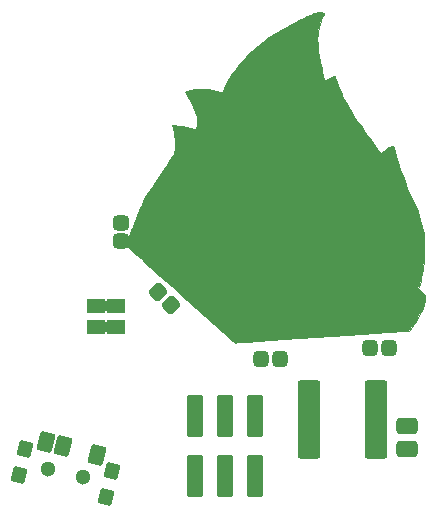
<source format=gbr>
G04 #@! TF.GenerationSoftware,KiCad,Pcbnew,8.0.3*
G04 #@! TF.CreationDate,2024-07-15T14:19:08-05:00*
G04 #@! TF.ProjectId,DumpsterElectroFire,44756d70-7374-4657-9245-6c656374726f,rev?*
G04 #@! TF.SameCoordinates,Original*
G04 #@! TF.FileFunction,Soldermask,Bot*
G04 #@! TF.FilePolarity,Negative*
%FSLAX46Y46*%
G04 Gerber Fmt 4.6, Leading zero omitted, Abs format (unit mm)*
G04 Created by KiCad (PCBNEW 8.0.3) date 2024-07-15 14:19:08*
%MOMM*%
%LPD*%
G01*
G04 APERTURE LIST*
G04 Aperture macros list*
%AMRoundRect*
0 Rectangle with rounded corners*
0 $1 Rounding radius*
0 $2 $3 $4 $5 $6 $7 $8 $9 X,Y pos of 4 corners*
0 Add a 4 corners polygon primitive as box body*
4,1,4,$2,$3,$4,$5,$6,$7,$8,$9,$2,$3,0*
0 Add four circle primitives for the rounded corners*
1,1,$1+$1,$2,$3*
1,1,$1+$1,$4,$5*
1,1,$1+$1,$6,$7*
1,1,$1+$1,$8,$9*
0 Add four rect primitives between the rounded corners*
20,1,$1+$1,$2,$3,$4,$5,0*
20,1,$1+$1,$4,$5,$6,$7,0*
20,1,$1+$1,$6,$7,$8,$9,0*
20,1,$1+$1,$8,$9,$2,$3,0*%
G04 Aperture macros list end*
%ADD10C,0.010000*%
%ADD11RoundRect,0.200000X0.737500X0.200000X-0.737500X0.200000X-0.737500X-0.200000X0.737500X-0.200000X0*%
%ADD12RoundRect,0.350000X-0.575000X0.350000X-0.575000X-0.350000X0.575000X-0.350000X0.575000X0.350000X0*%
%ADD13RoundRect,0.200000X-0.500000X1.575000X-0.500000X-1.575000X0.500000X-1.575000X0.500000X1.575000X0*%
%ADD14RoundRect,0.200000X-0.250000X0.400000X-0.250000X-0.400000X0.250000X-0.400000X0.250000X0.400000X0*%
%ADD15RoundRect,0.200000X-0.200000X0.400000X-0.200000X-0.400000X0.200000X-0.400000X0.200000X0.400000X0*%
%ADD16RoundRect,0.200000X-0.496983X-0.339864X0.279253X-0.533402X0.496983X0.339864X-0.279253X0.533402X0*%
%ADD17RoundRect,0.200000X-0.587834X-0.497570X0.285432X-0.715300X0.587834X0.497570X-0.285432X0.715300X0*%
%ADD18C,1.300000*%
%ADD19RoundRect,0.318750X-0.356250X0.318750X-0.356250X-0.318750X0.356250X-0.318750X0.356250X0.318750X0*%
%ADD20RoundRect,0.318750X-0.318750X-0.356250X0.318750X-0.356250X0.318750X0.356250X-0.318750X0.356250X0*%
%ADD21RoundRect,0.318750X-0.477297X-0.026517X-0.026517X-0.477297X0.477297X0.026517X0.026517X0.477297X0*%
G04 APERTURE END LIST*
D10*
X153276301Y-80519626D02*
X153376061Y-80537141D01*
X153415151Y-80584003D01*
X153401611Y-80674670D01*
X153343479Y-80823600D01*
X153315119Y-80889767D01*
X153098004Y-81491483D01*
X152953116Y-82113142D01*
X152912883Y-82396616D01*
X152892696Y-82640095D01*
X152887359Y-82893729D01*
X152897989Y-83168532D01*
X152925705Y-83475514D01*
X152971624Y-83825688D01*
X153036865Y-84230067D01*
X153122546Y-84699661D01*
X153173330Y-84962000D01*
X153232324Y-85262477D01*
X153287380Y-85543489D01*
X153335923Y-85791852D01*
X153375379Y-85994380D01*
X153403175Y-86137890D01*
X153415499Y-86202481D01*
X153445500Y-86363462D01*
X153593667Y-86250797D01*
X153762577Y-86137275D01*
X153936837Y-86045160D01*
X154101854Y-85979013D01*
X154243040Y-85943391D01*
X154345801Y-85942853D01*
X154395549Y-85981957D01*
X154398000Y-85999491D01*
X154415263Y-86090263D01*
X154463404Y-86244028D01*
X154536956Y-86447310D01*
X154630450Y-86686634D01*
X154738416Y-86948526D01*
X154855385Y-87219511D01*
X154975889Y-87486113D01*
X155094459Y-87734857D01*
X155136660Y-87819500D01*
X155294563Y-88124224D01*
X155455392Y-88417733D01*
X155626089Y-88710949D01*
X155813596Y-89014795D01*
X156024855Y-89340191D01*
X156266808Y-89698060D01*
X156546397Y-90099322D01*
X156870566Y-90554900D01*
X156912620Y-90613500D01*
X157117902Y-90899572D01*
X157321525Y-91183793D01*
X157514259Y-91453245D01*
X157686876Y-91695010D01*
X157830143Y-91896172D01*
X157934831Y-92043812D01*
X157948661Y-92063417D01*
X158060403Y-92219195D01*
X158154824Y-92345591D01*
X158221284Y-92428701D01*
X158248357Y-92455000D01*
X158288978Y-92429041D01*
X158376534Y-92359879D01*
X158494700Y-92260591D01*
X158539963Y-92221409D01*
X158735973Y-92058702D01*
X158893454Y-91949792D01*
X159029898Y-91884994D01*
X159162801Y-91854626D01*
X159210117Y-91850433D01*
X159314664Y-91851617D01*
X159367257Y-91887509D01*
X159399813Y-91981229D01*
X159401861Y-91989334D01*
X159645242Y-92902466D01*
X159902907Y-93753103D01*
X160182625Y-94563168D01*
X160492169Y-95354580D01*
X160839310Y-96149262D01*
X160994110Y-96480697D01*
X161280511Y-97125523D01*
X161508767Y-97737530D01*
X161685612Y-98338295D01*
X161817783Y-98949394D01*
X161874140Y-99299569D01*
X161907302Y-99604666D01*
X161930255Y-99969270D01*
X161942792Y-100368818D01*
X161944703Y-100778742D01*
X161935780Y-101174477D01*
X161915814Y-101531457D01*
X161894911Y-101747167D01*
X161860218Y-101995070D01*
X161811563Y-102288402D01*
X161753282Y-102605354D01*
X161689712Y-102924119D01*
X161625191Y-103222887D01*
X161564055Y-103479853D01*
X161514141Y-103661862D01*
X161433633Y-103925557D01*
X161576038Y-104013569D01*
X161767991Y-104169799D01*
X161913434Y-104363715D01*
X161996680Y-104572478D01*
X162007999Y-104642477D01*
X161998725Y-104889028D01*
X161930590Y-105188151D01*
X161806065Y-105534044D01*
X161627617Y-105920909D01*
X161397715Y-106342945D01*
X161118830Y-106794352D01*
X161043085Y-106909107D01*
X160659380Y-107483334D01*
X160433523Y-107483334D01*
X160374747Y-107486217D01*
X160236898Y-107494620D01*
X160025361Y-107508171D01*
X159745526Y-107526501D01*
X159402778Y-107549238D01*
X159002505Y-107576012D01*
X158550096Y-107606452D01*
X158050936Y-107640188D01*
X157510414Y-107676847D01*
X156933916Y-107716061D01*
X156326831Y-107757458D01*
X155694545Y-107800668D01*
X155042446Y-107845319D01*
X154375921Y-107891042D01*
X153700359Y-107937465D01*
X153021145Y-107984217D01*
X152343667Y-108030929D01*
X151673313Y-108077229D01*
X151015471Y-108122747D01*
X150375527Y-108167111D01*
X149758869Y-108209952D01*
X149170884Y-108250898D01*
X148616959Y-108289579D01*
X148102483Y-108325624D01*
X147632842Y-108358663D01*
X147213424Y-108388324D01*
X146849616Y-108414237D01*
X146546805Y-108436032D01*
X146310379Y-108453337D01*
X146145726Y-108465782D01*
X146085275Y-108470624D01*
X145879382Y-108487829D01*
X141269858Y-104364626D01*
X140735544Y-103886332D01*
X140218773Y-103423052D01*
X139723046Y-102977957D01*
X139251864Y-102554219D01*
X138808729Y-102155011D01*
X138397143Y-101783503D01*
X138020606Y-101442868D01*
X137682621Y-101136278D01*
X137386688Y-100866904D01*
X137136310Y-100637919D01*
X136934988Y-100452494D01*
X136786223Y-100313801D01*
X136693517Y-100225012D01*
X136660372Y-100189299D01*
X136660334Y-100189051D01*
X136675974Y-100128131D01*
X136720326Y-99998662D01*
X136789532Y-99810250D01*
X136879734Y-99572499D01*
X136987076Y-99295013D01*
X137107700Y-98987396D01*
X137237751Y-98659252D01*
X137373371Y-98320187D01*
X137510703Y-97979804D01*
X137645889Y-97647707D01*
X137775074Y-97333502D01*
X137894400Y-97046792D01*
X138000010Y-96797182D01*
X138088048Y-96594275D01*
X138154655Y-96447678D01*
X138193670Y-96370834D01*
X138325775Y-96151579D01*
X138490447Y-95888297D01*
X138690429Y-95576795D01*
X138928463Y-95212880D01*
X139207292Y-94792357D01*
X139529658Y-94311035D01*
X139888374Y-93779389D01*
X140131027Y-93420041D01*
X140330161Y-93120996D01*
X140489865Y-92872541D01*
X140614224Y-92664964D01*
X140707325Y-92488551D01*
X140773256Y-92333589D01*
X140816103Y-92190367D01*
X140839953Y-92049171D01*
X140848894Y-91900288D01*
X140847011Y-91734006D01*
X140838393Y-91540612D01*
X140837534Y-91523667D01*
X140809924Y-91203061D01*
X140761798Y-90861494D01*
X140705075Y-90571939D01*
X140662162Y-90385827D01*
X140627359Y-90233092D01*
X140604508Y-90130709D01*
X140597334Y-90095689D01*
X140635766Y-90089641D01*
X140735467Y-90085522D01*
X140845788Y-90084334D01*
X141123594Y-90101208D01*
X141449196Y-90148220D01*
X141793553Y-90219955D01*
X142127620Y-90310997D01*
X142218807Y-90340363D01*
X142382808Y-90394806D01*
X142513509Y-90437246D01*
X142592351Y-90461705D01*
X142606751Y-90465334D01*
X142620461Y-90426979D01*
X142642839Y-90325763D01*
X142669362Y-90182455D01*
X142672924Y-90161546D01*
X142704059Y-89763291D01*
X142661630Y-89361235D01*
X142543881Y-88946905D01*
X142349052Y-88511832D01*
X142318616Y-88454500D01*
X142149174Y-88140232D01*
X142015720Y-87891702D01*
X141913774Y-87700277D01*
X141838855Y-87557327D01*
X141786482Y-87454218D01*
X141752177Y-87382320D01*
X141731458Y-87333001D01*
X141721898Y-87304823D01*
X141715198Y-87260541D01*
X141735601Y-87227006D01*
X141797453Y-87196896D01*
X141915102Y-87162892D01*
X142076676Y-87123819D01*
X142617720Y-87029496D01*
X143156748Y-87003766D01*
X143709195Y-87047081D01*
X144290494Y-87159896D01*
X144418726Y-87192739D01*
X144592949Y-87237254D01*
X144733552Y-87269660D01*
X144822683Y-87286048D01*
X144844819Y-87285997D01*
X144866424Y-87241984D01*
X144912834Y-87139770D01*
X144975237Y-86998859D01*
X144995885Y-86951667D01*
X145263386Y-86408104D01*
X145595302Y-85848554D01*
X145978719Y-85291505D01*
X146400722Y-84755447D01*
X146848398Y-84258867D01*
X146946000Y-84159797D01*
X147371432Y-83754467D01*
X147817763Y-83369028D01*
X148294727Y-82996670D01*
X148812059Y-82630578D01*
X149379494Y-82263941D01*
X150006767Y-81889947D01*
X150703612Y-81501783D01*
X150878794Y-81407625D01*
X151327917Y-81171333D01*
X151713255Y-80977026D01*
X152042665Y-80821567D01*
X152324003Y-80701817D01*
X152565123Y-80614636D01*
X152773882Y-80556886D01*
X152958135Y-80525428D01*
X153107830Y-80517000D01*
X153276301Y-80519626D01*
G36*
X153276301Y-80519626D02*
G01*
X153376061Y-80537141D01*
X153415151Y-80584003D01*
X153401611Y-80674670D01*
X153343479Y-80823600D01*
X153315119Y-80889767D01*
X153098004Y-81491483D01*
X152953116Y-82113142D01*
X152912883Y-82396616D01*
X152892696Y-82640095D01*
X152887359Y-82893729D01*
X152897989Y-83168532D01*
X152925705Y-83475514D01*
X152971624Y-83825688D01*
X153036865Y-84230067D01*
X153122546Y-84699661D01*
X153173330Y-84962000D01*
X153232324Y-85262477D01*
X153287380Y-85543489D01*
X153335923Y-85791852D01*
X153375379Y-85994380D01*
X153403175Y-86137890D01*
X153415499Y-86202481D01*
X153445500Y-86363462D01*
X153593667Y-86250797D01*
X153762577Y-86137275D01*
X153936837Y-86045160D01*
X154101854Y-85979013D01*
X154243040Y-85943391D01*
X154345801Y-85942853D01*
X154395549Y-85981957D01*
X154398000Y-85999491D01*
X154415263Y-86090263D01*
X154463404Y-86244028D01*
X154536956Y-86447310D01*
X154630450Y-86686634D01*
X154738416Y-86948526D01*
X154855385Y-87219511D01*
X154975889Y-87486113D01*
X155094459Y-87734857D01*
X155136660Y-87819500D01*
X155294563Y-88124224D01*
X155455392Y-88417733D01*
X155626089Y-88710949D01*
X155813596Y-89014795D01*
X156024855Y-89340191D01*
X156266808Y-89698060D01*
X156546397Y-90099322D01*
X156870566Y-90554900D01*
X156912620Y-90613500D01*
X157117902Y-90899572D01*
X157321525Y-91183793D01*
X157514259Y-91453245D01*
X157686876Y-91695010D01*
X157830143Y-91896172D01*
X157934831Y-92043812D01*
X157948661Y-92063417D01*
X158060403Y-92219195D01*
X158154824Y-92345591D01*
X158221284Y-92428701D01*
X158248357Y-92455000D01*
X158288978Y-92429041D01*
X158376534Y-92359879D01*
X158494700Y-92260591D01*
X158539963Y-92221409D01*
X158735973Y-92058702D01*
X158893454Y-91949792D01*
X159029898Y-91884994D01*
X159162801Y-91854626D01*
X159210117Y-91850433D01*
X159314664Y-91851617D01*
X159367257Y-91887509D01*
X159399813Y-91981229D01*
X159401861Y-91989334D01*
X159645242Y-92902466D01*
X159902907Y-93753103D01*
X160182625Y-94563168D01*
X160492169Y-95354580D01*
X160839310Y-96149262D01*
X160994110Y-96480697D01*
X161280511Y-97125523D01*
X161508767Y-97737530D01*
X161685612Y-98338295D01*
X161817783Y-98949394D01*
X161874140Y-99299569D01*
X161907302Y-99604666D01*
X161930255Y-99969270D01*
X161942792Y-100368818D01*
X161944703Y-100778742D01*
X161935780Y-101174477D01*
X161915814Y-101531457D01*
X161894911Y-101747167D01*
X161860218Y-101995070D01*
X161811563Y-102288402D01*
X161753282Y-102605354D01*
X161689712Y-102924119D01*
X161625191Y-103222887D01*
X161564055Y-103479853D01*
X161514141Y-103661862D01*
X161433633Y-103925557D01*
X161576038Y-104013569D01*
X161767991Y-104169799D01*
X161913434Y-104363715D01*
X161996680Y-104572478D01*
X162007999Y-104642477D01*
X161998725Y-104889028D01*
X161930590Y-105188151D01*
X161806065Y-105534044D01*
X161627617Y-105920909D01*
X161397715Y-106342945D01*
X161118830Y-106794352D01*
X161043085Y-106909107D01*
X160659380Y-107483334D01*
X160433523Y-107483334D01*
X160374747Y-107486217D01*
X160236898Y-107494620D01*
X160025361Y-107508171D01*
X159745526Y-107526501D01*
X159402778Y-107549238D01*
X159002505Y-107576012D01*
X158550096Y-107606452D01*
X158050936Y-107640188D01*
X157510414Y-107676847D01*
X156933916Y-107716061D01*
X156326831Y-107757458D01*
X155694545Y-107800668D01*
X155042446Y-107845319D01*
X154375921Y-107891042D01*
X153700359Y-107937465D01*
X153021145Y-107984217D01*
X152343667Y-108030929D01*
X151673313Y-108077229D01*
X151015471Y-108122747D01*
X150375527Y-108167111D01*
X149758869Y-108209952D01*
X149170884Y-108250898D01*
X148616959Y-108289579D01*
X148102483Y-108325624D01*
X147632842Y-108358663D01*
X147213424Y-108388324D01*
X146849616Y-108414237D01*
X146546805Y-108436032D01*
X146310379Y-108453337D01*
X146145726Y-108465782D01*
X146085275Y-108470624D01*
X145879382Y-108487829D01*
X141269858Y-104364626D01*
X140735544Y-103886332D01*
X140218773Y-103423052D01*
X139723046Y-102977957D01*
X139251864Y-102554219D01*
X138808729Y-102155011D01*
X138397143Y-101783503D01*
X138020606Y-101442868D01*
X137682621Y-101136278D01*
X137386688Y-100866904D01*
X137136310Y-100637919D01*
X136934988Y-100452494D01*
X136786223Y-100313801D01*
X136693517Y-100225012D01*
X136660372Y-100189299D01*
X136660334Y-100189051D01*
X136675974Y-100128131D01*
X136720326Y-99998662D01*
X136789532Y-99810250D01*
X136879734Y-99572499D01*
X136987076Y-99295013D01*
X137107700Y-98987396D01*
X137237751Y-98659252D01*
X137373371Y-98320187D01*
X137510703Y-97979804D01*
X137645889Y-97647707D01*
X137775074Y-97333502D01*
X137894400Y-97046792D01*
X138000010Y-96797182D01*
X138088048Y-96594275D01*
X138154655Y-96447678D01*
X138193670Y-96370834D01*
X138325775Y-96151579D01*
X138490447Y-95888297D01*
X138690429Y-95576795D01*
X138928463Y-95212880D01*
X139207292Y-94792357D01*
X139529658Y-94311035D01*
X139888374Y-93779389D01*
X140131027Y-93420041D01*
X140330161Y-93120996D01*
X140489865Y-92872541D01*
X140614224Y-92664964D01*
X140707325Y-92488551D01*
X140773256Y-92333589D01*
X140816103Y-92190367D01*
X140839953Y-92049171D01*
X140848894Y-91900288D01*
X140847011Y-91734006D01*
X140838393Y-91540612D01*
X140837534Y-91523667D01*
X140809924Y-91203061D01*
X140761798Y-90861494D01*
X140705075Y-90571939D01*
X140662162Y-90385827D01*
X140627359Y-90233092D01*
X140604508Y-90130709D01*
X140597334Y-90095689D01*
X140635766Y-90089641D01*
X140735467Y-90085522D01*
X140845788Y-90084334D01*
X141123594Y-90101208D01*
X141449196Y-90148220D01*
X141793553Y-90219955D01*
X142127620Y-90310997D01*
X142218807Y-90340363D01*
X142382808Y-90394806D01*
X142513509Y-90437246D01*
X142592351Y-90461705D01*
X142606751Y-90465334D01*
X142620461Y-90426979D01*
X142642839Y-90325763D01*
X142669362Y-90182455D01*
X142672924Y-90161546D01*
X142704059Y-89763291D01*
X142661630Y-89361235D01*
X142543881Y-88946905D01*
X142349052Y-88511832D01*
X142318616Y-88454500D01*
X142149174Y-88140232D01*
X142015720Y-87891702D01*
X141913774Y-87700277D01*
X141838855Y-87557327D01*
X141786482Y-87454218D01*
X141752177Y-87382320D01*
X141731458Y-87333001D01*
X141721898Y-87304823D01*
X141715198Y-87260541D01*
X141735601Y-87227006D01*
X141797453Y-87196896D01*
X141915102Y-87162892D01*
X142076676Y-87123819D01*
X142617720Y-87029496D01*
X143156748Y-87003766D01*
X143709195Y-87047081D01*
X144290494Y-87159896D01*
X144418726Y-87192739D01*
X144592949Y-87237254D01*
X144733552Y-87269660D01*
X144822683Y-87286048D01*
X144844819Y-87285997D01*
X144866424Y-87241984D01*
X144912834Y-87139770D01*
X144975237Y-86998859D01*
X144995885Y-86951667D01*
X145263386Y-86408104D01*
X145595302Y-85848554D01*
X145978719Y-85291505D01*
X146400722Y-84755447D01*
X146848398Y-84258867D01*
X146946000Y-84159797D01*
X147371432Y-83754467D01*
X147817763Y-83369028D01*
X148294727Y-82996670D01*
X148812059Y-82630578D01*
X149379494Y-82263941D01*
X150006767Y-81889947D01*
X150703612Y-81501783D01*
X150878794Y-81407625D01*
X151327917Y-81171333D01*
X151713255Y-80977026D01*
X152042665Y-80821567D01*
X152324003Y-80701817D01*
X152565123Y-80614636D01*
X152773882Y-80556886D01*
X152958135Y-80525428D01*
X153107830Y-80517000D01*
X153276301Y-80519626D01*
G37*
D11*
X157862500Y-112075000D03*
X157862500Y-112725000D03*
X157862500Y-113375000D03*
X157862500Y-114025000D03*
X157862500Y-114675000D03*
X157862500Y-115325000D03*
X157862500Y-115975000D03*
X157862500Y-116625000D03*
X157862500Y-117275000D03*
X157862500Y-117925000D03*
X152137500Y-117925000D03*
X152137500Y-117275000D03*
X152137500Y-116625000D03*
X152137500Y-115975000D03*
X152137500Y-115325000D03*
X152137500Y-114675000D03*
X152137500Y-114025000D03*
X152137500Y-113375000D03*
X152137500Y-112725000D03*
X152137500Y-112075000D03*
D12*
X160500000Y-115550000D03*
X160500000Y-117450000D03*
D13*
X142500000Y-114700000D03*
X142500000Y-119750000D03*
X145040000Y-114700000D03*
X145040000Y-119750000D03*
X147580000Y-114700000D03*
X147580000Y-119750000D03*
D14*
X133800000Y-105350000D03*
D15*
X135400000Y-105350000D03*
X134600000Y-105350000D03*
D14*
X136200000Y-105350000D03*
D15*
X134600000Y-107150000D03*
D14*
X133800000Y-107150000D03*
D15*
X135400000Y-107150000D03*
D14*
X136200000Y-107150000D03*
D16*
X127587417Y-119714091D03*
X134961665Y-121552697D03*
X135527788Y-119323436D03*
X128143837Y-117482411D03*
D17*
X129883670Y-116911351D03*
X131339113Y-117274234D03*
X134250000Y-118000000D03*
D18*
X133008195Y-119880437D03*
X130097307Y-119154671D03*
D19*
X136250000Y-98325000D03*
X136250000Y-99900000D03*
D20*
X158937500Y-108950000D03*
X157362500Y-108950000D03*
X148150000Y-109850000D03*
X149725000Y-109850000D03*
D21*
X140506847Y-105306847D03*
X139393153Y-104193153D03*
M02*

</source>
